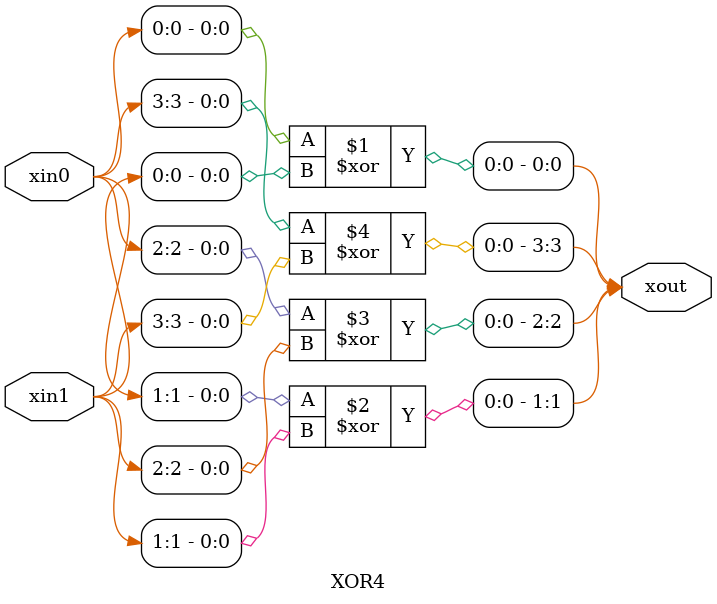
<source format=v>
module XOR4(input[3:0] xin0, input[3:0] xin1, output wire[3:0] xout);
	assign xout[0] = xin0[0] ^ xin1[0];
	assign xout[1] = xin0[1] ^ xin1[1];
	assign xout[2] = xin0[2] ^ xin1[2];
	assign xout[3] = xin0[3] ^ xin1[3];
endmodule
</source>
